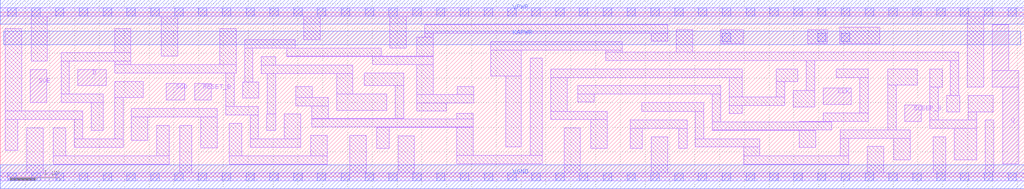
<source format=lef>
# Copyright 2020 The SkyWater PDK Authors
#
# Licensed under the Apache License, Version 2.0 (the "License");
# you may not use this file except in compliance with the License.
# You may obtain a copy of the License at
#
#     https://www.apache.org/licenses/LICENSE-2.0
#
# Unless required by applicable law or agreed to in writing, software
# distributed under the License is distributed on an "AS IS" BASIS,
# WITHOUT WARRANTIES OR CONDITIONS OF ANY KIND, either express or implied.
# See the License for the specific language governing permissions and
# limitations under the License.
#
# SPDX-License-Identifier: Apache-2.0

VERSION 5.7 ;
  NAMESCASESENSITIVE ON ;
  NOWIREEXTENSIONATPIN ON ;
  DIVIDERCHAR "/" ;
  BUSBITCHARS "[]" ;
UNITS
  DATABASE MICRONS 200 ;
END UNITS
MACRO sky130_fd_sc_lp__srsdfrtp_1
  CLASS CORE ;
  SOURCE USER ;
  FOREIGN sky130_fd_sc_lp__srsdfrtp_1 ;
  ORIGIN  0.000000  0.000000 ;
  SIZE  20.64000 BY  3.330000 ;
  SYMMETRY X Y R90 ;
  SITE unit ;
  PIN D
    ANTENNAGATEAREA  0.159000 ;
    DIRECTION INPUT ;
    USE SIGNAL ;
    PORT
      LAYER li1 ;
        RECT 1.565000 1.840000 2.135000 2.170000 ;
    END
  END D
  PIN Q
    ANTENNADIFFAREA  0.590100 ;
    DIRECTION OUTPUT ;
    USE SIGNAL ;
    PORT
      LAYER li1 ;
        RECT 19.995000 1.815000 20.535000 2.150000 ;
        RECT 19.995000 2.150000 20.325000 3.075000 ;
        RECT 20.205000 0.265000 20.535000 1.815000 ;
    END
  END Q
  PIN RESET_B
    ANTENNAGATEAREA  0.598000 ;
    DIRECTION INPUT ;
    USE SIGNAL ;
    PORT
      LAYER li1 ;
        RECT 3.920000 1.550000 4.250000 1.880000 ;
    END
  END RESET_B
  PIN SCD
    ANTENNAGATEAREA  0.159000 ;
    DIRECTION INPUT ;
    USE SIGNAL ;
    PORT
      LAYER li1 ;
        RECT 3.350000 1.550000 3.715000 1.880000 ;
    END
  END SCD
  PIN SCE
    ANTENNAGATEAREA  0.318000 ;
    DIRECTION INPUT ;
    USE SIGNAL ;
    PORT
      LAYER li1 ;
        RECT 0.605000 1.500000 0.935000 2.170000 ;
    END
  END SCE
  PIN SLEEP_B
    ANTENNAGATEAREA  0.598000 ;
    DIRECTION INPUT ;
    USE SIGNAL ;
    PORT
      LAYER li1 ;
        RECT 18.235000 1.120000 18.565000 1.450000 ;
    END
  END SLEEP_B
  PIN CLK
    ANTENNAGATEAREA  0.159000 ;
    DIRECTION INPUT ;
    USE CLOCK ;
    PORT
      LAYER li1 ;
        RECT 16.590000 1.460000 17.155000 1.790000 ;
    END
  END CLK
  PIN KAPWR
    DIRECTION INOUT ;
    USE POWER ;
    PORT
      LAYER met1 ;
        RECT 0.070000 2.675000 20.570000 2.945000 ;
    END
  END KAPWR
  PIN VGND
    DIRECTION INOUT ;
    USE GROUND ;
    PORT
      LAYER met1 ;
        RECT 0.000000 -0.245000 20.640000 0.245000 ;
    END
  END VGND
  PIN VPWR
    DIRECTION INOUT ;
    USE POWER ;
    PORT
      LAYER met1 ;
        RECT 0.000000 3.085000 20.640000 3.575000 ;
    END
  END VPWR
  OBS
    LAYER li1 ;
      RECT  0.000000 -0.085000 20.640000 0.085000 ;
      RECT  0.000000  3.245000 20.640000 3.415000 ;
      RECT  0.105000  0.530000  0.355000 1.160000 ;
      RECT  0.105000  1.160000  1.660000 1.330000 ;
      RECT  0.105000  1.330000  0.435000 2.990000 ;
      RECT  0.535000  0.085000  0.865000 0.990000 ;
      RECT  0.620000  2.340000  0.950000 3.245000 ;
      RECT  1.070000  0.255000  3.405000 0.425000 ;
      RECT  1.070000  0.425000  1.320000 0.990000 ;
      RECT  1.225000  1.500000  2.080000 1.670000 ;
      RECT  1.225000  1.670000  1.395000 2.340000 ;
      RECT  1.225000  2.340000  2.635000 2.510000 ;
      RECT  1.490000  0.595000  2.475000 0.765000 ;
      RECT  1.490000  0.765000  1.660000 1.160000 ;
      RECT  1.830000  0.935000  2.080000 1.500000 ;
      RECT  2.305000  0.765000  2.475000 1.600000 ;
      RECT  2.305000  1.600000  2.880000 1.930000 ;
      RECT  2.305000  2.100000  4.755000 2.270000 ;
      RECT  2.305000  2.270000  2.635000 2.340000 ;
      RECT  2.305000  2.510000  2.635000 2.990000 ;
      RECT  2.645000  0.740000  2.975000 1.210000 ;
      RECT  2.645000  1.210000  4.375000 1.380000 ;
      RECT  3.155000  0.425000  3.405000 1.040000 ;
      RECT  3.245000  2.440000  3.575000 3.245000 ;
      RECT  3.615000  0.085000  3.865000 1.040000 ;
      RECT  4.045000  0.580000  4.375000 1.210000 ;
      RECT  4.425000  2.270000  4.755000 2.990000 ;
      RECT  4.545000  1.250000  5.205000 1.420000 ;
      RECT  4.545000  1.420000  4.715000 2.100000 ;
      RECT  4.615000  0.255000  6.590000 0.425000 ;
      RECT  4.615000  0.425000  4.865000 1.080000 ;
      RECT  4.885000  1.590000  5.215000 1.920000 ;
      RECT  4.925000  1.920000  5.095000 2.600000 ;
      RECT  4.925000  2.600000  5.950000 2.770000 ;
      RECT  5.035000  0.595000  6.055000 0.765000 ;
      RECT  5.035000  0.765000  5.205000 1.250000 ;
      RECT  5.265000  2.090000  7.110000 2.260000 ;
      RECT  5.265000  2.260000  5.555000 2.430000 ;
      RECT  5.375000  0.935000  5.555000 1.265000 ;
      RECT  5.385000  1.265000  5.555000 2.090000 ;
      RECT  5.725000  0.765000  6.055000 1.265000 ;
      RECT  5.780000  2.430000  8.725000 2.435000 ;
      RECT  5.780000  2.435000  7.680000 2.600000 ;
      RECT  5.960000  1.435000  6.610000 1.605000 ;
      RECT  5.960000  1.605000  6.290000 1.825000 ;
      RECT  6.120000  2.770000  6.450000 3.245000 ;
      RECT  6.260000  0.425000  6.590000 0.835000 ;
      RECT  6.280000  1.005000  9.530000 1.165000 ;
      RECT  6.280000  1.165000  8.135000 1.175000 ;
      RECT  6.280000  1.175000  6.610000 1.435000 ;
      RECT  6.780000  1.345000  7.795000 1.675000 ;
      RECT  6.780000  1.675000  7.110000 2.090000 ;
      RECT  7.050000  0.085000  7.380000 0.835000 ;
      RECT  7.340000  1.845000  8.135000 2.095000 ;
      RECT  7.510000  2.265000  8.725000 2.430000 ;
      RECT  7.590000  0.575000  7.840000 0.995000 ;
      RECT  7.590000  0.995000  9.530000 1.005000 ;
      RECT  7.850000  2.605000  8.180000 3.245000 ;
      RECT  7.965000  1.175000  8.135000 1.845000 ;
      RECT  8.020000  0.085000  8.350000 0.825000 ;
      RECT  8.395000  1.335000  8.990000 1.495000 ;
      RECT  8.395000  1.495000  9.540000 1.665000 ;
      RECT  8.395000  1.665000  8.725000 2.265000 ;
      RECT  8.395000  2.435000  8.725000 2.825000 ;
      RECT  8.555000  2.825000  8.725000 2.905000 ;
      RECT  8.555000  2.905000 13.455000 3.075000 ;
      RECT  9.200000  0.265000 10.930000 0.435000 ;
      RECT  9.200000  0.435000  9.530000 0.995000 ;
      RECT  9.200000  1.165000  9.530000 1.285000 ;
      RECT  9.210000  1.665000  9.540000 1.825000 ;
      RECT  9.890000  2.040000 10.500000 2.565000 ;
      RECT  9.890000  2.565000 12.540000 2.735000 ;
      RECT 10.190000  0.605000 10.500000 2.040000 ;
      RECT 10.680000  0.435000 10.930000 2.395000 ;
      RECT 11.100000  1.155000 12.235000 1.325000 ;
      RECT 11.100000  1.325000 11.430000 2.010000 ;
      RECT 11.100000  2.010000 14.955000 2.180000 ;
      RECT 11.365000  0.085000 11.695000 0.985000 ;
      RECT 11.640000  1.510000 11.970000 1.670000 ;
      RECT 11.640000  1.670000 14.525000 1.840000 ;
      RECT 11.905000  0.575000 12.235000 1.155000 ;
      RECT 12.210000  2.350000 19.325000 2.520000 ;
      RECT 12.210000  2.520000 12.540000 2.565000 ;
      RECT 12.695000  0.575000 12.945000 0.980000 ;
      RECT 12.695000  0.980000 13.845000 1.150000 ;
      RECT 12.930000  1.320000 14.185000 1.500000 ;
      RECT 13.125000  0.085000 13.455000 0.810000 ;
      RECT 13.125000  2.745000 13.455000 2.905000 ;
      RECT 13.625000  2.520000 13.955000 2.970000 ;
      RECT 13.675000  0.575000 13.845000 0.980000 ;
      RECT 14.015000  0.600000 15.315000 0.770000 ;
      RECT 14.015000  0.770000 14.185000 1.320000 ;
      RECT 14.355000  0.940000 16.435000 0.950000 ;
      RECT 14.355000  0.950000 16.760000 1.110000 ;
      RECT 14.355000  1.110000 14.525000 1.670000 ;
      RECT 14.525000  2.690000 14.975000 2.970000 ;
      RECT 14.695000  1.280000 14.955000 1.440000 ;
      RECT 14.695000  1.440000 15.815000 1.610000 ;
      RECT 14.695000  1.610000 14.955000 2.010000 ;
      RECT 14.985000  0.255000 17.100000 0.425000 ;
      RECT 14.985000  0.425000 15.315000 0.600000 ;
      RECT 15.645000  1.610000 15.815000 1.930000 ;
      RECT 15.645000  1.930000 16.080000 2.180000 ;
      RECT 15.985000  1.410000 16.420000 1.740000 ;
      RECT 16.105000  0.595000 16.435000 0.940000 ;
      RECT 16.105000  1.110000 16.760000 1.120000 ;
      RECT 16.250000  1.740000 16.420000 2.350000 ;
      RECT 16.280000  2.690000 16.675000 2.970000 ;
      RECT 16.590000  1.120000 17.495000 1.290000 ;
      RECT 16.855000  2.010000 17.495000 2.180000 ;
      RECT 16.925000  2.690000 17.730000 3.025000 ;
      RECT 16.930000  0.425000 17.100000 0.780000 ;
      RECT 16.930000  0.780000 18.345000 0.950000 ;
      RECT 17.325000  1.290000 17.495000 2.010000 ;
      RECT 17.475000  0.085000 17.805000 0.610000 ;
      RECT 17.895000  0.950000 18.065000 1.850000 ;
      RECT 17.895000  1.850000 18.490000 2.180000 ;
      RECT 18.015000  0.345000 18.345000 0.780000 ;
      RECT 18.735000  0.975000 19.685000 1.145000 ;
      RECT 18.735000  1.145000 18.905000 1.815000 ;
      RECT 18.735000  1.815000 18.985000 2.180000 ;
      RECT 18.805000  0.085000 19.055000 0.805000 ;
      RECT 19.075000  1.315000 19.345000 1.645000 ;
      RECT 19.155000  1.645000 19.325000 2.350000 ;
      RECT 19.235000  0.345000 19.685000 0.975000 ;
      RECT 19.495000  1.815000 19.825000 3.245000 ;
      RECT 19.515000  1.145000 19.685000 1.315000 ;
      RECT 19.515000  1.315000 20.020000 1.645000 ;
      RECT 19.855000  0.085000 20.025000 1.145000 ;
    LAYER mcon ;
      RECT  0.155000 -0.085000  0.325000 0.085000 ;
      RECT  0.155000  3.245000  0.325000 3.415000 ;
      RECT  0.635000 -0.085000  0.805000 0.085000 ;
      RECT  0.635000  3.245000  0.805000 3.415000 ;
      RECT  1.115000 -0.085000  1.285000 0.085000 ;
      RECT  1.115000  3.245000  1.285000 3.415000 ;
      RECT  1.595000 -0.085000  1.765000 0.085000 ;
      RECT  1.595000  3.245000  1.765000 3.415000 ;
      RECT  2.075000 -0.085000  2.245000 0.085000 ;
      RECT  2.075000  3.245000  2.245000 3.415000 ;
      RECT  2.555000 -0.085000  2.725000 0.085000 ;
      RECT  2.555000  3.245000  2.725000 3.415000 ;
      RECT  3.035000 -0.085000  3.205000 0.085000 ;
      RECT  3.035000  3.245000  3.205000 3.415000 ;
      RECT  3.515000 -0.085000  3.685000 0.085000 ;
      RECT  3.515000  3.245000  3.685000 3.415000 ;
      RECT  3.995000 -0.085000  4.165000 0.085000 ;
      RECT  3.995000  3.245000  4.165000 3.415000 ;
      RECT  4.475000 -0.085000  4.645000 0.085000 ;
      RECT  4.475000  3.245000  4.645000 3.415000 ;
      RECT  4.955000 -0.085000  5.125000 0.085000 ;
      RECT  4.955000  3.245000  5.125000 3.415000 ;
      RECT  5.435000 -0.085000  5.605000 0.085000 ;
      RECT  5.435000  3.245000  5.605000 3.415000 ;
      RECT  5.915000 -0.085000  6.085000 0.085000 ;
      RECT  5.915000  3.245000  6.085000 3.415000 ;
      RECT  6.395000 -0.085000  6.565000 0.085000 ;
      RECT  6.395000  3.245000  6.565000 3.415000 ;
      RECT  6.875000 -0.085000  7.045000 0.085000 ;
      RECT  6.875000  3.245000  7.045000 3.415000 ;
      RECT  7.355000 -0.085000  7.525000 0.085000 ;
      RECT  7.355000  3.245000  7.525000 3.415000 ;
      RECT  7.835000 -0.085000  8.005000 0.085000 ;
      RECT  7.835000  3.245000  8.005000 3.415000 ;
      RECT  8.315000 -0.085000  8.485000 0.085000 ;
      RECT  8.315000  3.245000  8.485000 3.415000 ;
      RECT  8.795000 -0.085000  8.965000 0.085000 ;
      RECT  8.795000  3.245000  8.965000 3.415000 ;
      RECT  9.275000 -0.085000  9.445000 0.085000 ;
      RECT  9.275000  3.245000  9.445000 3.415000 ;
      RECT  9.755000 -0.085000  9.925000 0.085000 ;
      RECT  9.755000  3.245000  9.925000 3.415000 ;
      RECT 10.235000 -0.085000 10.405000 0.085000 ;
      RECT 10.235000  3.245000 10.405000 3.415000 ;
      RECT 10.715000 -0.085000 10.885000 0.085000 ;
      RECT 10.715000  3.245000 10.885000 3.415000 ;
      RECT 11.195000 -0.085000 11.365000 0.085000 ;
      RECT 11.195000  3.245000 11.365000 3.415000 ;
      RECT 11.675000 -0.085000 11.845000 0.085000 ;
      RECT 11.675000  3.245000 11.845000 3.415000 ;
      RECT 12.155000 -0.085000 12.325000 0.085000 ;
      RECT 12.155000  3.245000 12.325000 3.415000 ;
      RECT 12.635000 -0.085000 12.805000 0.085000 ;
      RECT 12.635000  3.245000 12.805000 3.415000 ;
      RECT 13.115000 -0.085000 13.285000 0.085000 ;
      RECT 13.115000  3.245000 13.285000 3.415000 ;
      RECT 13.595000 -0.085000 13.765000 0.085000 ;
      RECT 13.595000  3.245000 13.765000 3.415000 ;
      RECT 14.075000 -0.085000 14.245000 0.085000 ;
      RECT 14.075000  3.245000 14.245000 3.415000 ;
      RECT 14.555000 -0.085000 14.725000 0.085000 ;
      RECT 14.555000  2.735000 14.725000 2.905000 ;
      RECT 14.555000  3.245000 14.725000 3.415000 ;
      RECT 15.035000 -0.085000 15.205000 0.085000 ;
      RECT 15.035000  3.245000 15.205000 3.415000 ;
      RECT 15.515000 -0.085000 15.685000 0.085000 ;
      RECT 15.515000  3.245000 15.685000 3.415000 ;
      RECT 15.995000 -0.085000 16.165000 0.085000 ;
      RECT 15.995000  3.245000 16.165000 3.415000 ;
      RECT 16.475000 -0.085000 16.645000 0.085000 ;
      RECT 16.475000  2.735000 16.645000 2.905000 ;
      RECT 16.475000  3.245000 16.645000 3.415000 ;
      RECT 16.955000 -0.085000 17.125000 0.085000 ;
      RECT 16.955000  2.735000 17.125000 2.905000 ;
      RECT 16.955000  3.245000 17.125000 3.415000 ;
      RECT 17.435000 -0.085000 17.605000 0.085000 ;
      RECT 17.435000  3.245000 17.605000 3.415000 ;
      RECT 17.915000 -0.085000 18.085000 0.085000 ;
      RECT 17.915000  3.245000 18.085000 3.415000 ;
      RECT 18.395000 -0.085000 18.565000 0.085000 ;
      RECT 18.395000  3.245000 18.565000 3.415000 ;
      RECT 18.875000 -0.085000 19.045000 0.085000 ;
      RECT 18.875000  3.245000 19.045000 3.415000 ;
      RECT 19.355000 -0.085000 19.525000 0.085000 ;
      RECT 19.355000  3.245000 19.525000 3.415000 ;
      RECT 19.835000 -0.085000 20.005000 0.085000 ;
      RECT 19.835000  3.245000 20.005000 3.415000 ;
      RECT 20.315000 -0.085000 20.485000 0.085000 ;
      RECT 20.315000  3.245000 20.485000 3.415000 ;
  END
END sky130_fd_sc_lp__srsdfrtp_1
END LIBRARY

</source>
